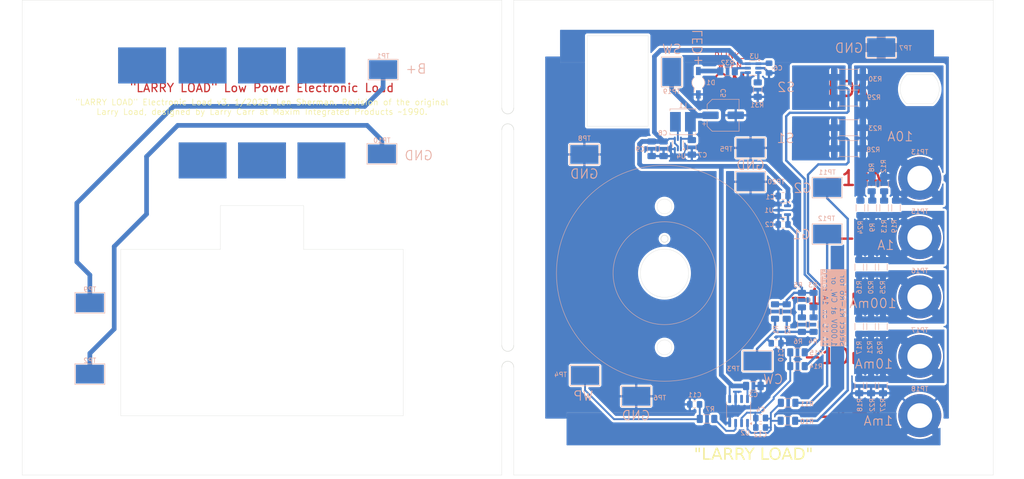
<source format=kicad_pcb>
(kicad_pcb (version 20240108) (generator "pcbnew") (generator_version "8.0")
  (layers (0 "F.Cu" signal) (31 "B.Cu" signal) (34 "B.Paste" user) (35 "F.Paste" user) (36 "B.SilkS" user "B.Silkscreen") (37 "F.SilkS" user "F.Silkscreen") (38 "B.Mask" user) (39 "F.Mask" user) (44 "Edge.Cuts" user))
  (net 0 "")
  (net 1 "GND")
  (net 2 "+5V")
  (net 3 "/REF")
  (net 4 "/10A")
  (net 5 "/1A")
  (net 6 "/100mA")
  (net 7 "/10mA")
  (net 8 "Net-(U3-DRV)")
  (net 9 "Net-(U3-DELAY{slash}M_DRV)")
  (net 10 "Net-(U4-EN)")
  (net 11 "/LX")
  (net 12 "Net-(R5-Pad2)")
  (net 13 "/WP")
  (net 14 "/CW")
  (net 15 "/LED+")
  (net 16 "/-IN")
  (net 17 "/+IN")
  (net 18 "Net-(C12-Pad1)")
  (net 19 "/GATE2")
  (net 20 "/GATE1")
  (net 21 "Net-(R8-Pad2)")
  (net 22 "Net-(R12-Pad2)")
  (net 23 "/SRC1")
  (net 24 "/SRC2")
  (net 25 "/B+")
  (net 26 "/B-")
  (footprint "MountingHole:MountingHole_3mm" (layer "F.Cu") (at 0.508 85.852)
    (property "Reference" "REF**" (hide yes))
    (property "Value" "MountingHole_3mm")
  )
  (footprint "MountingHole:MountingHole_3mm" (layer "F.Cu") (at 91.4908 104.4448)
    (property "Reference" "REF**" (hide yes))
    (property "Value" "MountingHole_3mm")
  )
  (footprint "MountingHole:MountingHole_3mm" (layer "F.Cu") (at 91.4908 42.291)
    (property "Reference" "REF**" (hide yes))
    (property "Value" "MountingHole_3mm")
  )
  (footprint "MountingHole:MountingHole_3mm" (layer "F.Cu") (at 187.9092 135.509)
    (property "Reference" "REF**" (hide yes))
    (property "Value" "MountingHole_3mm")
  )
  (footprint "MountingHole:MountingHole_3mm" (layer "F.Cu") (at 0.508 127)
    (property "Reference" "REF**" (hide yes))
    (property "Value" "MountingHole_3mm")
  )
  (footprint "MountingHole:MountingHole_3mm" (layer "F.Cu") (at 68.58 127)
    (property "Reference" "REF**" (hide yes))
    (property "Value" "MountingHole_3mm")
  )
  (footprint "MountingHole:MountingHole_3mm" (layer "F.Cu") (at -13.6652 135.509)
    (property "Reference" "REF**" (hide yes))
    (property "Value" "MountingHole_3mm")
  )
  (footprint "MountingHole:MountingHole_3mm" (layer "F.Cu") (at -13.6652 104.4448)
    (property "Reference" "REF**" (hide yes))
    (property "Value" "MountingHole_3mm")
  )
  (footprint "MountingHole:MountingHole_3mm" (layer "F.Cu") (at 82.7532 104.4448)
    (property "Reference" "REF**" (hide yes))
    (property "Value" "MountingHole_3mm")
  )
  (footprint "MountingHole:MountingHole_3mm" (layer "F.Cu") (at 187.9092 73.3552)
    (property "Reference" "REF**" (hide yes))
    (property "Value" "MountingHole_3mm")
  )
  (footprint "MountingHole:MountingHole_3mm" (layer "F.Cu") (at 187.9092 42.291)
    (property "Reference" "REF**" (hide yes))
    (property "Value" "MountingHole_3mm")
  )
  (footprint "0_Mouse_Bites:mouse-bite-2.54mm-slot" (layer "F.Cu") (at 87.122 63.5 90)
    (property "Reference" "mouse-bite-2.54mm-slot" (hide yes))
    (property "Value" "VAL**" (hide yes))
    (fp_arc (start -2.33 -1.27) (mid -1.06 0) (end -2.33 1.27) (stroke (width 0.1)) (layer "Edge.Cuts"))
    (fp_arc (start 2.33 1.27) (mid 1.06 0) (end 2.33 -1.27) (stroke (width 0.1)) (layer "Edge.Cuts"))
  )
  (footprint "MountingHole:MountingHole_3mm" (layer "F.Cu") (at -13.6652 73.3552)
    (property "Reference" "REF**" (hide yes))
    (property "Value" "MountingHole_3mm")
  )
  (footprint "MountingHole:MountingHole_3mm" (layer "F.Cu") (at 68.58 85.852)
    (property "Reference" "REF**" (hide yes))
    (property "Value" "MountingHole_3mm")
  )
  (footprint "MountingHole:MountingHole_3mm" (layer "F.Cu") (at -13.6652 42.291)
    (property "Reference" "REF**" (hide yes))
    (property "Value" "MountingHole_3mm")
  )
  (footprint "MountingHole:MountingHole_3mm" (layer "F.Cu") (at 82.7532 73.3552)
    (property "Reference" "REF**" (hide yes))
    (property "Value" "MountingHole_3mm")
  )
  (footprint "MountingHole:MountingHole_3mm" (layer "F.Cu") (at 82.7532 135.509)
    (property "Reference" "REF**" (hide yes))
    (property "Value" "MountingHole_3mm")
  )
  (footprint "MountingHole:MountingHole_3mm" (layer "F.Cu") (at 187.9092 104.4448)
    (property "Reference" "REF**" (hide yes))
    (property "Value" "MountingHole_3mm")
  )
  (footprint "MountingHole:MountingHole_3mm" (layer "F.Cu") (at 91.4908 73.3552)
    (property "Reference" "REF**" (hide yes))
    (property "Value" "MountingHole_3mm")
  )
  (footprint "MountingHole:MountingHole_3mm" (layer "F.Cu") (at 91.4908 135.509)
    (property "Reference" "REF**" (hide yes))
    (property "Value" "MountingHole_3mm")
  )
  (footprint "MountingHole:MountingHole_3mm" (layer "F.Cu") (at 82.7532 42.291)
    (property "Reference" "REF**" (hide yes))
    (property "Value" "MountingHole_3mm")
  )
  (footprint "0_Mouse_Bites:mouse-bite-2.54mm-slot" (layer "F.Cu") (at 87.122 114.3 90)
    (property "Reference" "mouse-bite-2.54mm-slot" (hide yes))
    (property "Value" "VAL**" (hide yes))
    (fp_arc (start -2.33 -1.27) (mid -1.06 0) (end -2.33 1.27) (stroke (width 0.1)) (layer "Edge.Cuts"))
    (fp_arc (start 2.33 1.27) (mid 1.06 0) (end 2.33 -1.27) (stroke (width 0.1)) (layer "Edge.Cuts"))
  )
  (footprint "Package_TO_SOT_SMD:SOT-23-6" (layer "B.Cu") (at 139.59525 52.65 180)
    (property "Reference" "U3")
    (property "Value" "TPL5110")
  )
  (footprint "0_Custom_Footprints:TestPoint_Pad_4.0x6.0mm" (layer "B.Cu") (at 155.448 78.2 180)
    (property "Reference" "TP11")
    (property "Value" "GATE2")
  )
  (footprint "Resistor_SMD:R_1206_3216Metric_Pad1.30x1.75mm_HandSolder" (layer "B.Cu") (at 162.56 82.55 -90)
    (property "Reference" "R24")
    (property "Value" "100")
  )
  (footprint "Resistor_SMD:R_1206_3216Metric_Pad1.30x1.75mm_HandSolder" (layer "B.Cu") (at 144.3 104.725 -90)
    (property "Reference" "R1")
    (property "Value" "DNP")
  )
  (footprint "Resistor_SMD:R_1206_3216Metric_Pad1.30x1.75mm_HandSolder" (layer "B.Cu") (at 167.64 82.55 -90)
    (property "Reference" "R13")
    (property "Value" "1")
  )
  (footprint "Resistor_SMD:R_1206_3216Metric_Pad1.30x1.75mm_HandSolder" (layer "B.Cu") (at 164.973 77.444 -90)
    (property "Reference" "R8")
    (property "Value" "1")
  )
  (footprint "Resistor_SMD:R_1206_3216Metric_Pad1.30x1.75mm_HandSolder" (layer "B.Cu") (at 162.306 120.65 -90)
    (property "Reference" "R18")
    (property "Value" "1k")
  )
  (footprint "0_Custom_Footprints:TestPoint_Pad_4.0x6.0mm" (layer "B.Cu") (at -2.286 118.11 180)
    (property "Reference" "TP2")
    (property "Value" "TestPoint")
  )
  (footprint "Resistor_SMD:R_1206_3216Metric_Pad1.30x1.75mm_HandSolder" (layer "B.Cu") (at 147.1 124.25)
    (property "Reference" "R11")
    (property "Value" "133")
  )
  (footprint "Capacitor_SMD:C_0805_2012Metric_Pad1.18x1.45mm_HandSolder" (layer "B.Cu") (at 127.1055 124.587 180)
    (property "Reference" "C11")
    (property "Value" "1uF")
  )
  (footprint "Resistor_SMD:R_1206_3216Metric_Pad1.30x1.75mm_HandSolder" (layer "B.Cu") (at 147.05 128.1)
    (property "Reference" "R10")
    (property "Value" "133")
  )
  (footprint "Capacitor_SMD:C_0805_2012Metric_Pad1.18x1.45mm_HandSolder" (layer "B.Cu") (at 141.224 127.508 180)
    (property "Reference" "C4")
    (property "Value" "100nF")
  )
  (footprint "Capacitor_SMD:C_1206_3216Metric_Pad1.33x1.80mm_HandSolder" (layer "B.Cu") (at 126.492 69.596 -90)
    (property "Reference" "C7")
    (property "Value" "10uF")
  )
  (footprint "0_Custom_Footprints:LED_VLDTG1232R-08_ReverseMount" (layer "B.Cu") (at 127.889 55.7647 90)
    (property "Reference" "D1")
    (property "Value" "LED")
  )
  (footprint "Resistor_SMD:R_1206_3216Metric_Pad1.30x1.75mm_HandSolder" (layer "B.Cu") (at 167.64 77.444 -90)
    (property "Reference" "R12")
    (property "Value" "1")
  )
  (footprint "MountingHole:MountingHole_5.3mm_M5_DIN965_Pad_TopBottom" (layer "B.Cu") (at 175.26 88.9 180)
    (property "Reference" "TP15")
    (property "Value" "-1A")
  )
  (footprint "0_Custom_Footprints:TestPoint_Pad_4.0x6.0mm" (layer "B.Cu") (at 140.55 115.3)
    (property "Reference" "TP3")
    (property "Value" "POT_CW")
  )
  (footprint "0_Custom_Footprints:TestPoint_Pad_4.0x6.0mm" (layer "B.Cu") (at 103.65 118.4 180)
    (property "Reference" "TP4")
    (property "Value" "POT_W")
  )
  (footprint "Resistor_SMD:R_1206_3216Metric_Pad1.30x1.75mm_HandSolder" (layer "B.Cu") (at 152.55 107.525001 -90)
    (property "Reference" "R4")
    (property "Value" "25k")
  )
  (footprint "Resistor_SMD:R_1206_3216Metric_Pad1.30x1.75mm_HandSolder" (layer "B.Cu") (at 167.386 107.95 -90)
    (property "Reference" "R26")
    (property "Value" "10k")
  )
  (footprint "Resistor_SMD:R_1206_3216Metric_Pad1.30x1.75mm_HandSolder" (layer "B.Cu") (at 165.1 82.55 -90)
    (property "Reference" "R9")
    (property "Value" "1")
  )
  (footprint "0_Custom_Footprints:TestPoint_Pad_4.0x6.0mm" (layer "B.Cu") (at 103.505 71.12 180)
    (property "Reference" "TP8")
    (property "Value" "GND")
  )
  (footprint "Capacitor_SMD:C_0805_2012Metric_Pad1.18x1.45mm_HandSolder" (layer "B.Cu") (at 146.0285 86.106 180)
    (property "Reference" "C2")
    (property "Value" "1nF")
  )
  (footprint "Resistor_SMD:R_1206_3216Metric_Pad1.30x1.75mm_HandSolder" (layer "B.Cu") (at 134.14525 53.325 180)
    (property "Reference" "R32")
    (property "Value" "10k")
  )
  (footprint "Resistor_SMD:R_1206_3216Metric_Pad1.30x1.75mm_HandSolder" (layer "B.Cu") (at 164.846 120.65 -90)
    (property "Reference" "R22")
    (property "Value" "10k")
  )
  (footprint "Resistor_SMD:R_1206_3216Metric_Pad1.30x1.75mm_HandSolder" (layer "B.Cu") (at 149.1 113.45)
    (property "Reference" "R15")
    (property "Value" "1k")
  )
  (footprint "Resistor_SMD:R_1206_3216Metric_Pad1.30x1.75mm_HandSolder" (layer "B.Cu") (at 146.8 104.725 -90)
    (property "Reference" "R2")
    (property "Value" "DNP")
  )
  (footprint "Resistor_SMD:R_1206_3216Metric_Pad1.30x1.75mm_HandSolder" (layer "B.Cu") (at 140.59525 57.25 90)
    (property "Reference" "R31")
    (property "Value" "10k")
  )
  (footprint "Resistor_SMD:R_1206_3216Metric_Pad1.30x1.75mm_HandSolder" (layer "B.Cu") (at 164.846 107.95 -90)
    (property "Reference" "R21")
    (property "Value" "1k")
  )
  (footprint "Resistor_SMD:R_2512_6332Metric_Pad1.40x3.35mm_HandSolder" (layer "B.Cu") (at 160.02 54.61)
    (property "Reference" "R30")
    (property "Value" "0.4")
  )
  (footprint "Resistor_SMD:R_1206_3216Metric_Pad1.30x1.75mm_HandSolder" (layer "B.Cu") (at 164.846 95.25 -90)
    (property "Reference" "R20")
    (property "Value" "100")
  )
  (footprint "Package_SO:SO-8_3.9x4.9mm_P1.27mm" (layer "B.Cu") (at 136.5 126 90)
    (property "Reference" "U2")
    (property "Value" "Opamp_Dual")
  )
  (footprint "Capacitor_SMD:C_1206_3216Metric_Pad1.33x1.80mm_HandSolder" (layer "B.Cu") (at 117.9 69.9 -90)
    (property "Reference" "C9")
    (property "Value" "10uF")
  )
  (footprint "MountingHole:MountingHole_5.3mm_M5_DIN965_Pad_TopBottom" (layer "B.Cu") (at 175.26 114.3 180)
    (property "Reference" "TP17")
    (property "Value" "-10mA")
  )
  (footprint "MountingHole:MountingHole_5.3mm_M5_DIN965_Pad_TopBottom" (layer "B.Cu") (at 175.26 76.2 180)
    (property "Reference" "TP13")
    (property "Value" "-10A")
  )
  (footprint "Resistor_SMD:R_1206_3216Metric_Pad1.30x1.75mm_HandSolder" (layer "B.Cu") (at 150.05 107.525 -90)
    (property "Reference" "R6")
    (property "Value" "DNP")
  )
  (footprint "Resistor_SMD:R_1206_3216Metric_Pad1.30x1.75mm_HandSolder" (layer "B.Cu") (at 170.18 82.55 -90)
    (property "Reference" "R19")
    (property "Value" "10")
  )
  (footprint "0_Custom_Footprints:TestPoint_Pad_4.0x6.0mm" (layer "B.Cu") (at 122.174 53.467 90)
    (property "Reference" "TP19")
    (property "Value" "SW_2")
  )
  (footprint "0_Custom_Footprints:TestPoint_Pad_4.0x6.0mm" (layer "B.Cu") (at 139.065 76.962 180)
    (property "Reference" "TP20")
    (property "Value" "GND")
  )
  (footprint "0_Custom_Footprints:TestPoint_Pad_4.0x6.0mm" (layer "B.Cu") (at 167.005 48.26 180)
    (property "Reference" "TP7")
    (property "Value" "GND")
  )
  (footprint "0_Custom_Footprints:TestPoint_Pad_4.0x6.0mm" (layer "B.Cu") (at -2.286 102.87 180)
    (property "Reference" "TP9")
    (property "Value" "TestPoint")
  )
  (footprint "Package_TO_SOT_SMD:SOT-23" (layer "B.Cu") (at 146.0285 83.043 180)
    (property "Reference" "U1")
    (property "Value" "TKISL21080DIH312Z-TK")
  )
  (footprint "Resistor_SMD:R_1206_3216Metric_Pad1.30x1.75mm_HandSolder" (layer "B.Cu") (at 162.306 95.25 -90)
    (property "Reference" "R16")
    (property "Value" "10")
  )
  (footprint "Resistor_SMD:R_1206_3216Metric_Pad1.30x1.75mm_HandSolder" (layer "B.Cu") (at 167.386 120.65 -90)
    (property "Reference" "R27")
    (property "Value" "100k")
  )
  (footprint "MountingHole:MountingHole_5.3mm_M5_DIN965_Pad_TopBottom" (layer "B.Cu") (at 175.26 127 180)
    (property "Reference" "TP18")
    (property "Value" "-1mA")
  )
  (footprint "Capacitor_SMD:C_0805_2012Metric_Pad1.18x1.45mm_HandSolder" (layer "B.Cu") (at 146.0285 80.01 180)
    (property "Reference" "C1")
    (property "Value" "1uF")
  )
  (footprint "Capacitor_SMD:C_1206_3216Metric_Pad1.33x1.80mm_HandSolder" (layer "B.Cu") (at 139.6615 120.65)
    (property "Reference" "C3")
    (property "Value" "10uF")
  )
  (footprint "Resistor_SMD:R_2512_6332Metric_Pad1.40x3.35mm_HandSolder" (layer "B.Cu") (at 160.02 65.405)
    (property "Reference" "R23")
    (property "Value" "0.4")
  )
  (footprint "Resistor_SMD:R_2512_6332Metric_Pad1.40x3.35mm_HandSolder" (layer "B.Cu") (at 160.02 69.85)
    (property "Reference" "R28")
    (property "Value" "0.4")
  )
  (footprint "MountingHole:MountingHole_5.3mm_M5_DIN965_Pad_TopBottom" (layer "B.Cu") (at 175.26 101.6 180)
    (property "Reference" "TP16")
    (property "Value" "-100mA")
  )
  (footprint "Resistor_SMD:R_1206_3216Metric_Pad1.30x1.75mm_HandSolder" (layer "B.Cu") (at 162.306 107.95 -90)
    (property "Reference" "R17")
    (property "Value" "100")
  )
  (footprint "0_Custom_Footprints:TestPoint_Pad_4.0x6.0mm" (layer "B.Cu") (at 60.452 52.959 180)
    (property "Reference" "TP1")
    (property "Value" "TestPoint")
  )
  (footprint "Resistor_SMD:R_2512_6332Metric_Pad1.40x3.35mm_HandSolder" (layer "B.Cu") (at 160.02 59.055)
    (property "Reference" "R29")
    (property "Value" "0.4")
  )
  (footprint "Resistor_SMD:R_1206_3216Metric_Pad1.30x1.75mm_HandSolder" (layer "B.Cu") (at 150.05 102.275 -90)
    (property "Reference" "R5")
    (property "Value" "DNP")
  )
  (footprint "Capacitor_SMD:C_1206_3216Metric_Pad1.33x1.80mm_HandSolder" (layer "B.Cu") (at 120.45 69.9 -90)
    (property "Reference" "C8")
    (property "Value" "10uF")
  )
  (footprint "Resistor_SMD:R_1206_3216Metric_Pad1.30x1.75mm_HandSolder" (layer "B.Cu") (at 129.75 127.7)
    (property "Reference" "R7")
    (property "Value" "1k")
  )
  (footprint "Inductor_SMD:L_Cenker_CKCS5020" (layer "B.Cu") (at 124.587 64.135 180)
    (property "Reference" "L1")
    (property "Value" "10uH")
  )
  (footprint "Capacitor_SMD:C_0805_2012Metric_Pad1.18x1.45mm_HandSolder" (layer "B.Cu") (at 143.01125 52.636 90)
    (property "Reference" "C6")
    (property "Value" "1uF")
  )
  (footprint "Resistor_SMD:R_1206_3216Metric_Pad1.30x1.75mm_HandSolder" (layer "B.Cu") (at 167.386 95.25 -90)
    (property "Reference" "R25")
    (property "Value" "1k")
  )
  (footprint "Capacitor_SMD:CP_Elec_6.3x7.7" (layer "B.Cu") (at 133.19 62.738)
    (property "Reference" "C5")
    (property "Value" "100uF")
  )
  (footprint "Resistor_SMD:R_1206_3216Metric_Pad1.30x1.75mm_HandSolder" (layer "B.Cu") (at 152.55 102.275 -90)
    (property "Reference" "R3")
    (property "Value" "DNP")
  )
  (footprint "0_Custom_Footprints:TestPoint_Pad_4.0x6.0mm" (layer "B.Cu") (at 114.6 122.85 180)
    (property "Reference" "TP6")
    (property "Value" "GND")
  )
  (footprint "Package_TO_SOT_SMD:Texas_R-PDSO-G6" (layer "B.Cu") (at 123.508 68.8725 90)
    (property "Reference" "U4")
    (property "Value" "TPS61222DCK")
  )
  (footprint "0_Custom_Footprints:TestPoint_Pad_4.0x6.0mm" (layer "B.Cu") (at 155.448 88.15 180)
    (property "Reference" "TP12")
    (property "Value" "GATE1")
  )
  (footprint "0_Custom_Footprints:TestPoint_Pad_4.0x6.0mm" (layer "B.Cu") (at 60.198 70.993 180)
    (property "Reference" "TP10")
    (property "Value" "TestPoint")
  )
  (footprint "Capacitor_SMD:C_0805_2012Metric_Pad1.18x1.45mm_HandSolder" (layer "B.Cu") (at 141.224 129.54 180)
    (property "Reference" "C12")
    (property "Value" "100nF")
  )
  (footprint "0_Custom_Footprints:TestPoint_Pad_4.0x6.0mm" (layer "B.Cu") (at 139.065 69.723 180)
    (property "Reference" "TP5")
    (property "Value" "GND")
  )
  (footprint "Resistor_SMD:R_1206_3216Metric_Pad1.30x1.75mm_HandSolder" (layer "B.Cu") (at 149.1 116.4)
    (property "Reference" "R14")
    (property "Value" "1k")
  )
  (footprint "Capacitor_SMD:C_0805_2012Metric_Pad1.18x1.45mm_HandSolder" (layer "B.Cu") (at 144.526 111.506)
    (property "Reference" "C10")
    (property "Value" "1uF")
  )
  (gr_rect (start 42.164 48.26) (end 52.324 55.88) (stroke (width 0.1)) (fill solid) (layer "B.Cu"))
  (gr_rect (start 3.81 48.26) (end 13.97 55.88) (stroke (width 0.1)) (fill solid) (layer "B.Cu"))
  (gr_rect (start 16.764 48.26) (end 26.924 55.88) (stroke (width 0.1)) (fill solid) (layer "B.Cu"))
  (gr_rect (start 29.464 68.58) (end 39.624 76.2) (stroke (width 0.1)) (fill solid) (layer "B.Cu"))
  (gr_rect (start 16.764 68.58) (end 26.924 76.2) (stroke (width 0.1)) (fill solid) (layer "B.Cu"))
  (gr_rect (start 29.464 48.26) (end 39.624 55.88) (stroke (width 0.1)) (fill solid) (layer "B.Cu"))
  (gr_rect (start 42.164 68.58) (end 52.324 76.2) (stroke (width 0.1)) (fill solid) (layer "B.Cu"))
  (gr_circle (center 120.65 96.52) (end 143.764 96.52) (stroke (width 0.1)) (fill none) (layer "B.SilkS"))
  (gr_circle (center 120.65 96.52) (end 131.65 96.52) (stroke (width 0.1)) (fill none) (layer "B.SilkS"))
  (gr_circle (center 120.65 82.2452) (end 122.2375 82.2452) (stroke (width 0.05)) (fill none) (layer "Edge.Cuts"))
  (gr_line (start 85.852 38.1) (end 85.852 61.17) (stroke (width 0.05)) (layer "Edge.Cuts"))
  (gr_circle (center 120.65 96.52) (end 125.8062 96.52) (stroke (width 0.05)) (fill none) (layer "Edge.Cuts"))
  (gr_line (start 88.392 38.1) (end 191.008 38.1) (stroke (width 0.05)) (layer "Edge.Cuts"))
  (gr_line (start 25.654 91.44) (end 4.318 91.44) (stroke (width 0.05)) (layer "Edge.Cuts"))
  (gr_rect (start 104.14 45.72) (end 117.14 65.07) (stroke (width 0.05)) (fill none) (layer "Edge.Cuts"))
  (gr_line (start 85.852 139.7) (end 85.852 116.63) (stroke (width 0.05)) (layer "Edge.Cuts"))
  (gr_line (start 25.654 82.042) (end 43.434 82.042) (stroke (width 0.05)) (layer "Edge.Cuts"))
  (gr_line (start 88.392 38.1) (end 88.392 61.17) (stroke (width 0.05)) (layer "Edge.Cuts"))
  (gr_line (start 172.51 60.275) (end 178.01 60.275) (stroke (width 0.05)) (layer "Edge.Cuts"))
  (gr_line (start 85.852 65.83) (end 85.852 111.97) (stroke (width 0.05)) (layer "Edge.Cuts"))
  (gr_line (start 172.51 54.025) (end 178.01 54.025) (stroke (width 0.05)) (layer "Edge.Cuts"))
  (gr_line (start 43.434 82.042) (end 43.434 91.44) (stroke (width 0.05)) (layer "Edge.Cuts"))
  (gr_line (start -16.764 139.7) (end 85.852 139.7) (stroke (width 0.05)) (layer "Edge.Cuts"))
  (gr_line (start 88.392 116.63) (end 88.392 139.7) (stroke (width 0.05)) (layer "Edge.Cuts"))
  (gr_line (start -16.764 139.7) (end -16.764 38.1) (stroke (width 0.05)) (layer "Edge.Cuts"))
  (gr_circle (center 120.65 89.154) (end 121.412 89.154) (stroke (width 0.1)) (fill none) (layer "Edge.Cuts"))
  (gr_line (start 64.77 91.44) (end 43.434 91.44) (stroke (width 0.05)) (layer "Edge.Cuts"))
  (gr_line (start 88.392 139.7) (end 191.008 139.7) (stroke (width 0.05)) (layer "Edge.Cuts"))
  (gr_line (start 88.392 111.97) (end 88.392 65.83) (stroke (width 0.05)) (layer "Edge.Cuts"))
  (gr_circle (center 120.65 112.395) (end 122.2375 112.395) (stroke (width 0.05)) (fill none) (layer "Edge.Cuts"))
  (gr_arc (start 178.01 54.025) (mid 179.422706 57.15) (end 178.01 60.275) (stroke (width 0.05)) (layer "Edge.Cuts"))
  (gr_arc (start 172.51 60.275) (mid 171.097294 57.15) (end 172.51 54.025) (stroke (width 0.05)) (layer "Edge.Cuts"))
  (gr_line (start 25.654 82.042) (end 25.654 91.44) (stroke (width 0.05)) (layer "Edge.Cuts"))
  (gr_line (start 64.77 91.44) (end 64.77 127) (stroke (width 0.05)) (layer "Edge.Cuts"))
  (gr_line (start 191.008 38.1) (end 191.008 139.7) (stroke (width 0.05)) (layer "Edge.Cuts"))
  (gr_line (start -16.764 38.1) (end 85.852 38.1) (stroke (width 0.05)) (layer "Edge.Cuts"))
  (gr_line (start 64.77 127) (end 4.318 127) (stroke (width 0.05)) (layer "Edge.Cuts"))
  (gr_line (start 4.318 91.44) (end 4.318 127) (stroke (width 0.05)) (layer "Edge.Cuts"))
  (gr_text "ON" (at 134.62 55.88 0) (layer "F.Cu") (effects (font (size 3.81 3.556) (thickness 0.4))))
  (gr_text "-1A" (at 167.64 88.9 0) (layer "F.Cu") (effects (font (size 3.175 3.175) (thickness 0.508)) (justify right)))
  (gr_text "+LOAD" (at 167.64 57.15 0) (layer "F.Cu") (effects (font (size 3.175 3.175) (thickness 0.508)) (justify right)))
  (gr_text "-100mA" (at 167.64 101.6 0) (layer "F.Cu") (effects (font (size 3.175 3.175) (thickness 0.508)) (justify right)))
  (gr_text "-1mA" (at 167.64 127 0) (layer "F.Cu") (effects (font (size 3.175 3.175) (thickness 0.508)) (justify right)))
  (gr_text "BLINKS\nWHEN" (at 134.62 51.054 0) (layer "F.Cu") (effects (font (size 1.27 1.27) (thickness 0.1524))))
  (gr_text "-10A" (at 167.64 76.2 0) (layer "F.Cu") (effects (font (size 3.175 3.175) (thickness 0.508)) (justify right)))
  (gr_text "-10mA" (at 167.64 114.3 0) (layer "F.Cu") (effects (font (size 3.175 3.175) (thickness 0.508)) (justify right)))
  (gr_text "{dblquote}LARRY LOAD{dblquote} Low Power Electronic Load" (at 34.544 57.912 0) (layer "F.Cu") (effects (font (size 1.778 1.778) (thickness 0.254)) (justify bottom)))
  (gr_text "GND" (at 117.729 128.143 0) (layer "B.SilkS") (effects (font (size 2 2) (thickness 0.2)) (justify left bottom mirror)))
  (gr_text "SW" (at 124.46 49.784 0) (layer "B.SilkS") (effects (font (size 2 2) (thickness 0.2)) (justify left bottom mirror)))
  (gr_text "GND" (at 71.247 72.517 0) (layer "B.SilkS") (effects (font (size 2 2) (thickness 0.2)) (justify left bottom mirror)))
  (gr_text "LED+" (at 128.905 44.196 90) (layer "B.SilkS") (effects (font (size 2 2) (thickness 0.2)) (justify left bottom mirror)))
  (gr_text "G2" (at 152.273 79.502 0) (layer "B.SilkS") (effects (font (size 2 2) (thickness 0.2)) (justify left bottom mirror)))
  (gr_text "100mA" (at 170.434 104.14 0) (layer "B.SilkS") (effects (font (size 2 2) (thickness 0.2)) (justify left bottom mirror)))
  (gr_text "1A\n" (at 169.926 91.694 0) (layer "B.SilkS") (effects (font (size 2 2) (thickness 0.2)) (justify left bottom mirror)))
  (gr_text "10mA" (at 169.672 117.094 0) (layer "B.SilkS") (effects (font (size 2 2) (thickness 0.2)) (justify left bottom mirror)))
  (gr_text "B+" (at 69.85 53.975 0) (layer "B.SilkS") (effects (font (size 2 2) (thickness 0.2)) (justify left bottom mirror)))
  (gr_text "Select R1-R6 for\n1.000V at CW, or\n1A FS on 1A range" (at 154.432 112.268 270) (layer "B.SilkS" knockout) (effects (font (size 1.143 1.143) (thickness 0.12)) (justify left bottom mirror)))
  (gr_text "WP" (at 105.537 123.952 0) (layer "B.SilkS") (effects (font (size 2 2) (thickness 0.2)) (justify left bottom mirror)))
  (gr_text "CW" (at 146.177 120.396 0) (layer "B.SilkS") (effects (font (size 2 2) (thickness 0.2)) (justify left bottom mirror)))
  (gr_text "10A" (at 173.99 68.453 0) (layer "B.SilkS") (effects (font (size 2 2) (thickness 0.2)) (justify left bottom mirror)))
  (gr_text "G1" (at 152.019 89.408 0) (layer "B.SilkS") (effects (font (size 2 2) (thickness 0.2)) (justify left bottom mirror)))
  (gr_text "GND" (at 163.322 49.53 0) (layer "B.SilkS") (effects (font (size 2 2) (thickness 0.2)) (justify left bottom mirror)))
  (gr_text "1mA" (at 169.672 129.286 0) (layer "B.SilkS") (effects (font (size 2 2) (thickness 0.2)) (justify left bottom mirror)))
  (gr_text "S2" (at 148.717 57.912 0) (layer "B.SilkS") (effects (font (size 2 2) (thickness 0.2)) (justify left bottom mirror)))
  (gr_text "GND" (at 106.68 76.454 0) (layer "B.SilkS") (effects (font (size 2 2) (thickness 0.2)) (justify left bottom mirror)))
  (gr_text "S1" (at 148.59 68.834 0) (layer "B.SilkS") (effects (font (size 2 2) (thickness 0.2)) (justify left bottom mirror)))
  (gr_text "GND" (at 142.24 74.549 0) (layer "B.SilkS") (effects (font (size 2 2) (thickness 0.2)) (justify left bottom mirror)))
  (gr_text "{dblquote}LARRY LOAD{dblquote}" (at 139.7 135.382 0) (layer "F.SilkS") (effects (font (size 2.54 2.54) (thickness 0.47625))))
  (gr_text "{dblquote}LARRY LOAD{dblquote} Electronic Load v3, 1/2025, Len Sherman. Revision of the original\nLarry Load, designed by Larry Carr at Maxim Integrated Products ~1990." (at 34.544 62.738 0) (layer "F.SilkS") (effects (font (size 1.27 1.27) (thickness 0.127)) (justify bottom)))
  (segment (start 141.98775 52.65) (end 143.01125 53.6735) (width 0.5) (layer "B.Cu") (net 1))
  (segment (start 122.858 71.296) (end 122.936 71.374) (width 0.4) (layer "B.Cu") (net 1))
  (segment (start 122.858 69.9725) (end 122.858 71.296) (width 0.4) (layer "B.Cu") (net 1))
  (segment (start 122.858 69.9725) (end 122.043 69.9725) (width 0.4) (layer "B.Cu") (net 1))
  (segment (start 122.043 69.981) (end 122.043 69.465) (width 0.4) (layer "B.Cu") (net 1))
  (segment (start 122.043 69.9725) (end 122.043 71.243) (width 0.4) (layer "B.Cu") (net 1))
  (segment (start 140.73275 52.65) (end 141.98775 52.65) (width 0.5) (layer "B.Cu") (net 1))
  (segment (start 122.043 69.9725) (end 122.043 69.981) (width 0.4) (layer "B.Cu") (net 1))
  (segment (start 122.043 71.243) (end 122.174 71.374) (width 0.4) (layer "B.Cu") (net 1))
  (segment (start 147.066 81.993) (end 146.966 82.093) (width 0.4) (layer "B.Cu") (net 2))
  (segment (start 137.34525 51.7) (end 138.45775 51.7) (width 0.5) (layer "B.Cu") (net 2))
  (segment (start 122.858 67.7725) (end 121.6275 67.7725) (width 0.4) (layer "B.Cu") (net 2))
  (segment (start 120.45 68.3375) (end 115.8625 68.3375) (width 1) (layer "B.Cu") (net 2))
  (segment (start 134.938625 49.293375) (end 136.866125 51.220875) (width 1) (layer "B.Cu") (net 2))
  (segment (start 136.866125 51.220875) (end 137.34525 51.7) (width 0.5) (layer "B.Cu") (net 2))
  (segment (start 121.6275 67.7725) (end 121.0625 68.3375) (width 0.4) (layer "B.Cu") (net 2))
  (segment (start 118.491 50.165) (end 119.806 48.85) (width 1) (layer "B.Cu") (net 2))
  (segment (start 115.8625 68.3375) (end 115.316 68.884) (width 1) (layer "B.Cu") (net 2))
  (segment (start 135.15 120.65) (end 134.925 120.425) (width 1) (layer "B.Cu") (net 2))
  (segment (start 132.842 73.66) (end 132.8 73.702) (width 1) (layer "B.Cu") (net 2))
  (segment (start 142.24 73.66) (end 147.066 78.486) (width 1) (layer "B.Cu") (net 2))
  (segment (start 121.0625 68.3375) (end 120.45 68.3375) (width 0.4) (layer "B.Cu") (net 2))
  (segment (start 132.8 118.3) (end 134.925 120.425) (width 1) (layer "B.Cu") (net 2))
  (segment (start 122.858 67.7725) (end 122.858 68.7225) (width 0.4) (layer "B.Cu") (net 2))
  (segment (start 118.491 66.3785) (end 118.491 50.165) (width 1) (layer "B.Cu") (net 2))
  (segment (start 119.806 48.85) (end 134.49525 48.85) (width 1) (layer "B.Cu") (net 2))
  (segment (start 115.824 73.66) (end 142.24 73.66) (width 1) (layer "B.Cu") (net 2))
  (segment (start 147.066 78.486) (end 147.066 80.01) (width 1) (layer "B.Cu") (net 2))
  (segment (start 147.066 80.01) (end 147.066 81.993) (width 0.5) (layer "B.Cu") (net 2))
  (segment (start 134.595 123.425) (end 134.595 120.755) (width 0.4) (layer "B.Cu") (net 2))
  (segment (start 132.8 73.702) (end 132.8 118.3) (width 1) (layer "B.Cu") (net 2))
  (segment (start 115.316 73.152) (end 115.824 73.66) (width 1) (layer "B.Cu") (net 2))
  (segment (start 120.45 68.3375) (end 118.491 66.3785) (width 1) (layer "B.Cu") (net 2))
  (segment (start 142.90975 51.7) (end 143.01125 51.5985) (width 0.5) (layer "B.Cu") (net 2))
  (segment (start 138.405 120.956) (end 138.405 123.425) (width 0.4) (layer "B.Cu") (net 2))
  (segment (start 134.49525 48.85) (end 134.938625 49.293375) (width 1) (layer "B.Cu") (net 2))
  (segment (start 115.316 68.884) (end 115.316 73.152) (width 1) (layer "B.Cu") (net 2))
  (segment (start 140.73275 51.7) (end 138.45775 51.7) (width 0.5) (layer "B.Cu") (net 2))
  (segment (start 140.73275 51.7) (end 142.90975 51.7) (width 0.5) (layer "B.Cu") (net 2))
  (segment (start 138.099 120.65) (end 135.15 120.65) (width 1) (layer "B.Cu") (net 2))
  (segment (start 134.595 120.755) (end 134.925 120.425) (width 0.4) (layer "B.Cu") (net 2))
  (segment (start 123.508 69.3725) (end 123.508 69.9725) (width 0.4) (layer "B.Cu") (net 2))
  (segment (start 122.858 68.7225) (end 123.508 69.3725) (width 0.4) (layer "B.Cu") (net 2))
  (segment (start 138.099 120.65) (end 138.405 120.956) (width 0.4) (layer "B.Cu") (net 2))
  (segment (start 147.066 86.106) (end 149.098 88.138) (width 0.5) (layer "B.Cu") (net 3))
  (segment (start 147.066 86.106) (end 147.066 84.093) (width 0.5) (layer "B.Cu") (net 3))
  (segment (start 144.3 103.175) (end 146.8 103.175) (width 0.5) (layer "B.Cu") (net 3))
  (segment (start 146.8 103.175) (end 146.8 102.3) (width 0.5) (layer "B.Cu") (net 3))
  (segment (start 152.55 103.825) (end 152.55 105.975) (width 0.5) (layer "B.Cu") (net 3))
  (segment (start 152.55 100.725) (end 152.55 103.825) (width 0.4) (layer "B.Cu") (net 3))
  (segment (start 148.375 100.725) (end 150.05 100.725) (width 0.5) (layer "B.Cu") (net 3))
  (segment (start 146.8 102.3) (end 148.375 100.725) (width 0.5) (layer "B.Cu") (net 3))
  (segment (start 149.098 98.698) (end 150.05 99.65) (width 0.5) (layer "B.Cu") (net 3))
  (segment (start 147.066 84.093) (end 146.966 83.993) (width 0.5) (layer "B.Cu") (net 3))
  (segment (start 150.05 100.725) (end 152.55 100.725) (width 0.4) (layer "B.Cu") (net 3))
  (segment (start 150.05 99.65) (end 150.05 100.725) (width 0.5) (layer "B.Cu") (net 3))
  (segment (start 149.098 88.138) (end 149.098 98.698) (width 0.5) (layer "B.Cu") (net 3))
  (segment (start 164.465 84.074) (end 167.005 84.074) (width 1) (layer "B.Cu") (net 5))
  (segment (start 138.45775 52.65) (end 136.37025 52.65) (width 0.5) (layer "B.Cu") (net 8))
  (segment (start 136.37025 52.65) (end 135.69525 53.325) (width 0.5) (layer "B.Cu") (net 8))
  (segment (start 140.73275 53.6) (end 140.73275 55.5625) (width 0.5) (layer "B.Cu") (net 9))
  (segment (start 140.73275 55.5625) (end 140.59525 55.7) (width 0.5) (layer "B.Cu") (net 9))
  (segment (start 126.2 63.6) (end 126.2 67.7415) (width 1) (layer "B.Cu") (net 10))
  (segment (start 124.158 67.7725) (end 126.231 67.7725) (width 0.4) (layer "B.Cu") (net 10))
  (segment (start 130.49 62.738) (end 130.328 62.9) (width 1) (layer "B.Cu") (net 10))
  (segment (start 130.49 62.738) (end 127.635 62.738) (width 1) (layer "B.Cu") (net 10))
  (segment (start 126.231 67.7725) (end 126.492 68.0335) (width 0.4) (layer "B.Cu") (net 10))
  (segment (start 126.2 67.7415) (end 126.492 68.0335) (width 1) (layer "B.Cu") (net 10))
  (segment (start 126.9 62.9) (end 126.2 63.6) (width 1) (layer "B.Cu") (net 10))
  (segment (start 124.158 67.7725) (end 124.158 69.9725) (width 0.4) (layer "B.Cu") (net 10))
  (segment (start 130.328 62.9) (end 126.9 62.9) (width 1) (layer "B.Cu") (net 10))
  (segment (start 127.635 62.738) (end 122.174 57.277) (width 1) (layer "B.Cu") (net 10))
  (segment (start 122.174 57.277) (end 122.174 53.467) (width 1) (layer "B.Cu") (net 10))
  (segment (start 122.257 53.55) (end 122.174 53.467) (width 1) (layer "B.Cu") (net 10))
  (segment (start 123.508 65.142) (end 123.508 67.7725) (width 0.4) (layer "B.Cu") (net 11))
  (segment (start 123.55 65.1) (end 123.508 65.142) (width 0.4) (layer "B.Cu") (net 11))
  (segment (start 150.05 103.825) (end 150.05 105.975) (width 0.4) (layer "B.Cu") (net 12))
  (segment (start 128.15 127.75) (end 109.85 127.75) (width 0.4) (layer "B.Cu") (net 13))
  (segment (start 128.2 127.7) (end 128.15 127.75) (width 0.4) (layer "B.Cu") (net 13))
  (segment (start 128.2 127.7) (end 128.2 124.644) (width 0.4) (layer "B.Cu") (net 13))
  (segment (start 103.65 121.55) (end 103.65 118.4) (width 0.4) (layer "B.Cu") (net 13))
  (segment (start 109.85 127.75) (end 103.65 121.55) (width 0.4) (layer "B.Cu") (net 13))
  (segment (start 128.2 124.644) (end 128.143 124.587) (width 0.4) (layer "B.Cu") (net 13))
  (segment (start 147.002 109.075) (end 144.52 109.075) (width 0.5) (layer "B.Cu") (net 14))
  (segment (start 146.8 109.081) (end 146.806 109.075) (width 0.5) (layer "B.Cu") (net 14))
  (segment (start 144.3 108.855) (end 144.3 106.275) (width 0.5) (layer "B.Cu") (net 14))
  (segment (start 146.806 109.075) (end 147.002 109.075) (width 0.5) (layer "B.Cu") (net 14))
  (segment (start 150.05 109.075) (end 152.55 109.075) (width 0.5) (layer "B.Cu") (net 14))
  (segment (start 142.5795 110.5755) (end 140.45 112.705) (width 0.5) (layer "B.Cu") (net 14))
  (segment (start 144.52 109.075) (end 144.3 108.855) (width 0.5) (layer "B.Cu") (net 14))
  (segment (start 143.4885 111.4845) (end 142.5795 110.5755) (width 0.5) (layer "B.Cu") (net 14))
  (segment (start 144.3 108.855) (end 142.5795 110.5755) (width 0.5) (layer "B.Cu") (net 14))
  (segment (start 140.45 115.2) (end 140.55 115.3) (width 0.5) (layer "B.Cu") (net 14))
  (segment (start 143.4885 111.506) (end 143.4885 111.4845) (width 0.4) (layer "B.Cu") (net 14))
  (segment (start 140.45 112.705) (end 140.45 115.2) (width 0.5) (layer "B.Cu") (net 14))
  (segment (start 147.002 109.075) (end 150.05 109.075) (width 0.5) (layer "B.Cu") (net 14))
  (segment (start 146.8 106.275) (end 146.8 109.081) (width 0.5) (layer "B.Cu") (net 14))
  (segment (start 132.53495 53.2647) (end 132.59525 53.325) (width 1) (layer "B.Cu") (net 15))
  (segment (start 127.889 53.2647) (end 132.53495 53.2647) (width 1) (layer "B.Cu") (net 15))
  (segment (start 140.1865 127.508) (end 140.1865 129.54) (width 0.4) (layer "B.Cu") (net 16))
  (segment (start 140.081 127.4025) (end 140.1865 127.508) (width 0.4) (layer "B.Cu") (net 16))
  (segment (start 141.097 126.365) (end 144.018 123.444) (width 0.4) (layer "B.Cu") (net 16))
  (segment (start 140.081 126.365) (end 141.097 126.365) (width 0.4) (layer "B.Cu") (net 16))
  (segment (start 137.135 128.575) (end 137.135 127.533) (width 0.4) (layer "B.Cu") (net 16))
  (segment (start 140.081 127.6135) (end 140.1865 127.508) (width 0.4) (layer "B.Cu") (net 16))
  (segment (start 147.55 116.4) (end 147.55 113.45) (width 0.4) (layer "B.Cu") (net 16))
  (segment (start 140.081 127.8675) (end 140.081 127.6135) (width 0.4) (layer "B.Cu") (net 16))
  (segment (start 137.135 127.533) (end 138.303 126.365) (width 0.4) (layer "B.Cu") (net 16))
  (segment (start 144.018 123.444) (end 144.018 123.063) (width 0.4) (layer "B.Cu") (net 16))
  (segment (start 144.018 123.063) (end 147.55 119.531) (width 0.4) (layer "B.Cu") (net 16))
  (segment (start 140.081 126.365) (end 140.081 127.4025) (width 0.4) (layer "B.Cu") (net 16))
  (segment (start 138.303 126.365) (end 140.081 126.365) (width 0.4) (layer "B.Cu") (net 16))
  (segment (start 147.55 119.531) (end 147.55 116.4) (width 0.4) (layer "B.Cu") (net 16))
  (segment (start 131.3 127.7) (end 133.85 130.25) (width 0.4) (layer "B.Cu") (net 17))
  (segment (start 133.85 130.25) (end 135.5 130.25) (width 0.4) (layer "B.Cu") (net 17))
  (segment (start 135.865 129.885) (end 135.865 128.575) (width 0.4) (layer "B.Cu") (net 17))
  (segment (start 135.5 130.25) (end 135.865 129.885) (width 0.4) (layer "B.Cu") (net 17))
  (segment (start 143.4 129.54) (end 143.4 130.031) (width 0.4) (layer "B.Cu") (net 18))
  (segment (start 138.405 129.896) (end 138.405 128.575) (width 0.4) (layer "B.Cu") (net 18))
  (segment (start 139.192 130.683) (end 138.405 129.896) (width 0.4) (layer "B.Cu") (net 18))
  (segment (start 145.5 128.1) (end 143.443 128.1) (width 0.4) (layer "B.Cu") (net 18))
  (segment (start 145.55 124.25) (end 143.4 126.4) (width 0.4) (layer "B.Cu") (net 18))
  (segment (start 142.2615 129.54) (end 143.4 129.54) (width 0.4) (layer "B.Cu") (net 18))
  (segment (start 143.443 128.1) (end 143.4 128.143) (width 0.4) (layer "B.Cu") (net 18))
  (segment (start 143.4 126.4) (end 143.4 127.635) (width 0.4) (layer "B.Cu") (net 18))
  (segment (start 143.4 127.635) (end 143.4 128.143) (width 0.4) (layer "B.Cu") (net 18))
  (segment (start 143.4 128.143) (end 143.4 129.54) (width 0.4) (layer "B.Cu") (net 18))
  (segment (start 142.2615 127.508) (end 142.3885 127.635) (width 0.4) (layer "B.Cu") (net 18))
  (segment (start 143.4 130.031) (end 142.748 130.683) (width 0.4) (layer "B.Cu") (net 18))
  (segment (start 142.748 130.683) (end 139.192 130.683) (width 0.4) (layer "B.Cu") (net 18))
  (segment (start 142.3885 127.635) (end 143.4 127.635) (width 0.4) (layer "B.Cu") (net 18))
  (segment (start 148.6 128.1) (end 153.335 128.1) (width 0.5) (layer "B.Cu") (net 19))
  (segment (start 159.85 84.8925) (end 155.448 80.4905) (width 0.5) (layer "B.Cu") (net 19))
  (segment (start 153.335 128.1) (end 159.85 121.585) (width 0.5) (layer "B.Cu") (net 19))
  (segment (start 155.448 80.4905) (end 155.448 78.2) (width 0.5) (layer "B.Cu") (net 19))
  (segment (start 159.85 121.585) (end 159.85 84.8925) (width 0.5) (layer "B.Cu") (net 19))
  (segment (start 155.448 120.65) (end 155.448 88.15) (width 0.5) (layer "B.Cu") (net 20))
  (segment (start 148.65 124.25) (end 151.848 124.25) (width 0.5) (layer "B.Cu") (net 20))
  (segment (start 151.848 124.25) (end 155.448 120.65) (width 0.5) (layer "B.Cu") (net 20))
  (segment (start 165.1 78.994) (end 165.1 81) (width 1) (layer "B.Cu") (net 21))
  (segment (start 167.64 78.994) (end 167.64 81) (width 1) (layer "B.Cu") (net 22))
  (segment (start 160.02 72.771) (end 160.02 68.072) (width 0.5) (layer "B.Cu") (net 23))
  (segment (start 150.9 116.4) (end 154.575 112.725) (width 0.5) (layer "B.Cu") (net 23))
  (segment (start 160.02 68.072) (end 159.639 67.691) (width 0.5) (layer "B.Cu") (net 23))
  (segment (start 159.541 73.25) (end 160.02 72.771) (width 0.5) (layer "B.Cu") (net 23))
  (segment (start 153.55 73.25) (end 159.541 73.25) (width 0.5) (layer "B.Cu") (net 23))
  (segment (start 154.575 99.738172) (end 151.35 96.513172) (width 0.5) (layer "B.Cu") (net 23))
  (segment (start 154.575 112.725) (end 154.575 99.738172) (width 0.5) (layer "B.Cu") (net 23))
  (segment (start 151.35 75.45) (end 153.55 73.25) (width 0.5) (layer "B.Cu") (net 23))
  (segment (start 150.65 116.4) (end 150.9 116.4) (width 0.5) (layer "B.Cu") (net 23))
  (segment (start 151.35 96.513172) (end 151.35 75.45) (width 0.5) (layer "B.Cu") (net 23))
  (segment (start 159.639 67.691) (end 159.004 67.691) (width 0.5) (layer "B.Cu") (net 23))
  (segment (start 146.685 72.405) (end 146.685 62.9725) (width 0.5) (layer "B.Cu") (net 24))
  (segment (start 160.02 61.88) (end 160.02 57.277) (width 0.5) (layer "B.Cu") (net 24))
  (segment (start 159.639 56.896) (end 158.877 56.896) (width 0.5) (layer "B.Cu") (net 24))
  (segment (start 147.4575 62.2) (end 159.7 62.2) (width 0.5) (layer "B.Cu") (net 24))
  (segment (start 153.875 110.625) (end 153.875 100.028122) (width 0.5) (layer "B.Cu") (net 24))
  (segment (start 150.65 96.803122) (end 150.65 76.37) (width 0.5) (layer "B.Cu") (net 24))
  (segment (start 159.7 62.2) (end 160.02 61.88) (width 0.5) (layer "B.Cu") (net 24))
  (segment (start 150.65 113.45) (end 151.05 113.45) (width 0.5) (layer "B.Cu") (net 24))
  (segment (start 151.05 113.45) (end 153.875 110.625) (width 0.5) (layer "B.Cu") (net 24))
  (segment (start 150.65 76.37) (end 146.685 72.405) (width 0.5) (layer "B.Cu") (net 24))
  (segment (start 160.02 57.277) (end 159.639 56.896) (width 0.5) (layer "B.Cu") (net 24))
  (segment (start 146.685 62.9725) (end 147.4575 62.2) (width 0.5) (layer "B.Cu") (net 24))
  (segment (start 153.875 100.028122) (end 150.65 96.803122) (width 0.5) (layer "B.Cu") (net 24))
  (segment (start -2.286 96.901) (end -2.286 102.87) (width 1) (layer "B.Cu") (net 25))
  (segment (start 60.452 52.959) (end 60.452 56.896) (width 1) (layer "B.Cu") (net 25))
  (segment (start 56.515 60.833) (end 15.621 60.833) (width 1) (layer "B.Cu") (net 25))
  (segment (start 15.621 60.833) (end -5.08 81.534) (width 1) (layer "B.Cu") (net 25))
  (segment (start -5.08 81.534) (end -5.08 94.107) (width 1) (layer "B.Cu") (net 25))
  (segment (start -5.08 94.107) (end -2.286 96.901) (width 1) (layer "B.Cu") (net 25))
  (segment (start 60.452 56.896) (end 56.515 60.833) (width 1) (layer "B.Cu") (net 25))
  (segment (start 2.921 90.805) (end 9.8425 83.8835) (width 1) (layer "B.Cu") (net 26))
  (segment (start -2.286 113.665) (end 2.921 108.458) (width 1) (layer "B.Cu") (net 26))
  (segment (start 9.8425 71.5645) (end 16.51 64.897) (width 1) (layer "B.Cu") (net 26))
  (segment (start 57.023 64.897) (end 60.198 68.072) (width 1) (layer "B.Cu") (net 26))
  (segment (start 60.198 68.072) (end 60.198 70.993) (width 1) (layer "B.Cu") (net 26))
  (segment (start 2.921 108.458) (end 2.921 90.805) (width 1) (layer "B.Cu") (net 26))
  (segment (start -2.286 118.11) (end -2.286 113.665) (width 1) (layer "B.Cu") (net 26))
  (segment (start 9.8425 83.8835) (end 9.8425 71.5645) (width 1) (layer "B.Cu") (net 26))
  (segment (start 16.51 64.897) (end 57.023 64.897) (width 1) (layer "B.Cu") (net 26))
  (zone (net 23) (net_name "/SRC1") (layer "B.Cu") (priority 3) (connect_pads (clearance 0.508)) (min_thickness 0.25) (fill yes (thermal_gap 0.381) (thermal_bridge_width 1.905))
    (polygon (pts (xy 159.385 62.865) (xy 147.955 62.865) (xy 147.9 72.39) (xy 159.33 72.39)))
  )
  (zone (net 6) (net_name "/100mA") (layer "B.Cu") (priority 1) (connect_pads (clearance 0.5)) (min_thickness 0.25) (fill yes (thermal_gap 0.381) (thermal_bridge_width 1.905))
    (polygon (pts (xy 161.215 95.885) (xy 161.215 107.315) (xy 180.535 107.315) (xy 180.535 95.885)))
  )
  (zone (net 5) (net_name "/1A") (layer "B.Cu") (priority 1) (connect_pads (clearance 0.5)) (min_thickness 0.25) (fill yes (thermal_gap 0.381) (thermal_bridge_width 1.905))
    (polygon (pts (xy 161.215 83.185) (xy 161.215 94.615) (xy 180.535 94.615) (xy 180.535 83.185)))
  )
  (zone (net 1) (net_name "GND") (layer "B.Cu") (priority 1) (connect_pads (clearance 0.5)) (min_thickness 0.25) (fill yes (thermal_gap 0.381) (thermal_bridge_width 1.905))
    (polygon (pts (xy 98.30275 44.45) (xy 98.30275 51.435) (xy 178.31275 51.435) (xy 178.31275 44.45)))
  )
  (zone (net 4) (net_name "/10A") (layer "B.Cu") (priority 1) (connect_pads (clearance 0.5)) (min_thickness 0.25) (fill yes (thermal_gap 0.381) (thermal_bridge_width 1.905))
    (polygon (pts (xy 161.215 52.07) (xy 161.29 81.915) (xy 180.34 81.915) (xy 180.34 52.07)))
  )
  (zone (net 1) (net_name "GND") (layer "B.Cu") (priority 1) (connect_pads (clearance 0.5)) (min_thickness 0.25) (fill yes (thermal_gap 0.381) (thermal_bridge_width 1.905))
    (polygon (pts (xy 99.695 126.365) (xy 99.695 133.35) (xy 179.705 133.35) (xy 179.705 126.365)))
  )
  (zone (net 7) (net_name "/10mA") (layer "B.Cu") (priority 1) (connect_pads (clearance 0.5)) (min_thickness 0.25) (fill yes (thermal_gap 0.381) (thermal_bridge_width 1.905))
    (polygon (pts (xy 161.215 108.585) (xy 161.215 120.015) (xy 180.535 120.015) (xy 180.535 108.585)))
  )
  (zone (net 1) (net_name "GND") (layer "B.Cu") (connect_pads (clearance 0.508)) (min_thickness 0.25) (fill yes (thermal_gap 0.5) (thermal_bridge_width 0.5))
    (polygon (pts (xy 95.12775 50.165) (xy 181.48775 50.165) (xy 181.48775 127.635) (xy 95.12775 127.635)))
  )
  (zone (net 24) (net_name "/SRC2") (layer "B.Cu") (priority 2) (connect_pads (clearance 0.508)) (min_thickness 0.25) (fill yes (thermal_gap 0.381) (thermal_bridge_width 1.905))
    (polygon (pts (xy 159.385 52.07) (xy 147.955 52.07) (xy 147.955 61.595) (xy 159.385 61.595)))
  )
)
</source>
